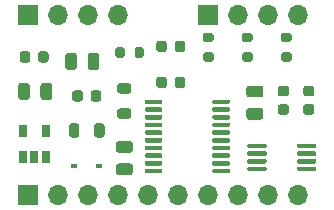
<source format=gts>
G04 #@! TF.GenerationSoftware,KiCad,Pcbnew,5.1.10-88a1d61d58~88~ubuntu20.04.1*
G04 #@! TF.CreationDate,2021-06-12T08:26:13-04:00*
G04 #@! TF.ProjectId,stm32l0_mod_source,73746d33-326c-4305-9f6d-6f645f736f75,rev?*
G04 #@! TF.SameCoordinates,Original*
G04 #@! TF.FileFunction,Soldermask,Top*
G04 #@! TF.FilePolarity,Negative*
%FSLAX46Y46*%
G04 Gerber Fmt 4.6, Leading zero omitted, Abs format (unit mm)*
G04 Created by KiCad (PCBNEW 5.1.10-88a1d61d58~88~ubuntu20.04.1) date 2021-06-12 08:26:13*
%MOMM*%
%LPD*%
G01*
G04 APERTURE LIST*
%ADD10O,1.700000X1.700000*%
%ADD11R,1.700000X1.700000*%
%ADD12R,0.600000X0.450000*%
%ADD13R,0.650000X1.060000*%
G04 APERTURE END LIST*
D10*
X96520000Y-60960000D03*
X93980000Y-60960000D03*
X91440000Y-60960000D03*
X88900000Y-60960000D03*
X86360000Y-60960000D03*
X83820000Y-60960000D03*
X81280000Y-60960000D03*
X78740000Y-60960000D03*
X76200000Y-60960000D03*
D11*
X73660000Y-60960000D03*
G36*
G01*
X95229000Y-48875000D02*
X95779000Y-48875000D01*
G75*
G02*
X95979000Y-49075000I0J-200000D01*
G01*
X95979000Y-49475000D01*
G75*
G02*
X95779000Y-49675000I-200000J0D01*
G01*
X95229000Y-49675000D01*
G75*
G02*
X95029000Y-49475000I0J200000D01*
G01*
X95029000Y-49075000D01*
G75*
G02*
X95229000Y-48875000I200000J0D01*
G01*
G37*
G36*
G01*
X95229000Y-47225000D02*
X95779000Y-47225000D01*
G75*
G02*
X95979000Y-47425000I0J-200000D01*
G01*
X95979000Y-47825000D01*
G75*
G02*
X95779000Y-48025000I-200000J0D01*
G01*
X95229000Y-48025000D01*
G75*
G02*
X95029000Y-47825000I0J200000D01*
G01*
X95029000Y-47425000D01*
G75*
G02*
X95229000Y-47225000I200000J0D01*
G01*
G37*
G36*
G01*
X91927000Y-48876000D02*
X92477000Y-48876000D01*
G75*
G02*
X92677000Y-49076000I0J-200000D01*
G01*
X92677000Y-49476000D01*
G75*
G02*
X92477000Y-49676000I-200000J0D01*
G01*
X91927000Y-49676000D01*
G75*
G02*
X91727000Y-49476000I0J200000D01*
G01*
X91727000Y-49076000D01*
G75*
G02*
X91927000Y-48876000I200000J0D01*
G01*
G37*
G36*
G01*
X91927000Y-47226000D02*
X92477000Y-47226000D01*
G75*
G02*
X92677000Y-47426000I0J-200000D01*
G01*
X92677000Y-47826000D01*
G75*
G02*
X92477000Y-48026000I-200000J0D01*
G01*
X91927000Y-48026000D01*
G75*
G02*
X91727000Y-47826000I0J200000D01*
G01*
X91727000Y-47426000D01*
G75*
G02*
X91927000Y-47226000I200000J0D01*
G01*
G37*
G36*
G01*
X88625000Y-48876000D02*
X89175000Y-48876000D01*
G75*
G02*
X89375000Y-49076000I0J-200000D01*
G01*
X89375000Y-49476000D01*
G75*
G02*
X89175000Y-49676000I-200000J0D01*
G01*
X88625000Y-49676000D01*
G75*
G02*
X88425000Y-49476000I0J200000D01*
G01*
X88425000Y-49076000D01*
G75*
G02*
X88625000Y-48876000I200000J0D01*
G01*
G37*
G36*
G01*
X88625000Y-47226000D02*
X89175000Y-47226000D01*
G75*
G02*
X89375000Y-47426000I0J-200000D01*
G01*
X89375000Y-47826000D01*
G75*
G02*
X89175000Y-48026000I-200000J0D01*
G01*
X88625000Y-48026000D01*
G75*
G02*
X88425000Y-47826000I0J200000D01*
G01*
X88425000Y-47426000D01*
G75*
G02*
X88625000Y-47226000I200000J0D01*
G01*
G37*
G36*
G01*
X81808000Y-48620000D02*
X81808000Y-49170000D01*
G75*
G02*
X81608000Y-49370000I-200000J0D01*
G01*
X81208000Y-49370000D01*
G75*
G02*
X81008000Y-49170000I0J200000D01*
G01*
X81008000Y-48620000D01*
G75*
G02*
X81208000Y-48420000I200000J0D01*
G01*
X81608000Y-48420000D01*
G75*
G02*
X81808000Y-48620000I0J-200000D01*
G01*
G37*
G36*
G01*
X83458000Y-48620000D02*
X83458000Y-49170000D01*
G75*
G02*
X83258000Y-49370000I-200000J0D01*
G01*
X82858000Y-49370000D01*
G75*
G02*
X82658000Y-49170000I0J200000D01*
G01*
X82658000Y-48620000D01*
G75*
G02*
X82858000Y-48420000I200000J0D01*
G01*
X83258000Y-48420000D01*
G75*
G02*
X83458000Y-48620000I0J-200000D01*
G01*
G37*
G36*
G01*
X81313000Y-58296000D02*
X82263000Y-58296000D01*
G75*
G02*
X82513000Y-58546000I0J-250000D01*
G01*
X82513000Y-59046000D01*
G75*
G02*
X82263000Y-59296000I-250000J0D01*
G01*
X81313000Y-59296000D01*
G75*
G02*
X81063000Y-59046000I0J250000D01*
G01*
X81063000Y-58546000D01*
G75*
G02*
X81313000Y-58296000I250000J0D01*
G01*
G37*
G36*
G01*
X81313000Y-56396000D02*
X82263000Y-56396000D01*
G75*
G02*
X82513000Y-56646000I0J-250000D01*
G01*
X82513000Y-57146000D01*
G75*
G02*
X82263000Y-57396000I-250000J0D01*
G01*
X81313000Y-57396000D01*
G75*
G02*
X81063000Y-57146000I0J250000D01*
G01*
X81063000Y-56646000D01*
G75*
G02*
X81313000Y-56396000I250000J0D01*
G01*
G37*
G36*
G01*
X86037000Y-48637000D02*
X86037000Y-48137000D01*
G75*
G02*
X86262000Y-47912000I225000J0D01*
G01*
X86712000Y-47912000D01*
G75*
G02*
X86937000Y-48137000I0J-225000D01*
G01*
X86937000Y-48637000D01*
G75*
G02*
X86712000Y-48862000I-225000J0D01*
G01*
X86262000Y-48862000D01*
G75*
G02*
X86037000Y-48637000I0J225000D01*
G01*
G37*
G36*
G01*
X84487000Y-48637000D02*
X84487000Y-48137000D01*
G75*
G02*
X84712000Y-47912000I225000J0D01*
G01*
X85162000Y-47912000D01*
G75*
G02*
X85387000Y-48137000I0J-225000D01*
G01*
X85387000Y-48637000D01*
G75*
G02*
X85162000Y-48862000I-225000J0D01*
G01*
X84712000Y-48862000D01*
G75*
G02*
X84487000Y-48637000I0J225000D01*
G01*
G37*
G36*
G01*
X86037000Y-51685000D02*
X86037000Y-51185000D01*
G75*
G02*
X86262000Y-50960000I225000J0D01*
G01*
X86712000Y-50960000D01*
G75*
G02*
X86937000Y-51185000I0J-225000D01*
G01*
X86937000Y-51685000D01*
G75*
G02*
X86712000Y-51910000I-225000J0D01*
G01*
X86262000Y-51910000D01*
G75*
G02*
X86037000Y-51685000I0J225000D01*
G01*
G37*
G36*
G01*
X84487000Y-51685000D02*
X84487000Y-51185000D01*
G75*
G02*
X84712000Y-50960000I225000J0D01*
G01*
X85162000Y-50960000D01*
G75*
G02*
X85387000Y-51185000I0J-225000D01*
G01*
X85387000Y-51685000D01*
G75*
G02*
X85162000Y-51910000I-225000J0D01*
G01*
X84712000Y-51910000D01*
G75*
G02*
X84487000Y-51685000I0J225000D01*
G01*
G37*
G36*
G01*
X97159000Y-53271000D02*
X97659000Y-53271000D01*
G75*
G02*
X97884000Y-53496000I0J-225000D01*
G01*
X97884000Y-53946000D01*
G75*
G02*
X97659000Y-54171000I-225000J0D01*
G01*
X97159000Y-54171000D01*
G75*
G02*
X96934000Y-53946000I0J225000D01*
G01*
X96934000Y-53496000D01*
G75*
G02*
X97159000Y-53271000I225000J0D01*
G01*
G37*
G36*
G01*
X97159000Y-51721000D02*
X97659000Y-51721000D01*
G75*
G02*
X97884000Y-51946000I0J-225000D01*
G01*
X97884000Y-52396000D01*
G75*
G02*
X97659000Y-52621000I-225000J0D01*
G01*
X97159000Y-52621000D01*
G75*
G02*
X96934000Y-52396000I0J225000D01*
G01*
X96934000Y-51946000D01*
G75*
G02*
X97159000Y-51721000I225000J0D01*
G01*
G37*
G36*
G01*
X95000000Y-53271000D02*
X95500000Y-53271000D01*
G75*
G02*
X95725000Y-53496000I0J-225000D01*
G01*
X95725000Y-53946000D01*
G75*
G02*
X95500000Y-54171000I-225000J0D01*
G01*
X95000000Y-54171000D01*
G75*
G02*
X94775000Y-53946000I0J225000D01*
G01*
X94775000Y-53496000D01*
G75*
G02*
X95000000Y-53271000I225000J0D01*
G01*
G37*
G36*
G01*
X95000000Y-51721000D02*
X95500000Y-51721000D01*
G75*
G02*
X95725000Y-51946000I0J-225000D01*
G01*
X95725000Y-52396000D01*
G75*
G02*
X95500000Y-52621000I-225000J0D01*
G01*
X95000000Y-52621000D01*
G75*
G02*
X94775000Y-52396000I0J225000D01*
G01*
X94775000Y-51946000D01*
G75*
G02*
X95000000Y-51721000I225000J0D01*
G01*
G37*
G36*
G01*
X92362000Y-53602000D02*
X93312000Y-53602000D01*
G75*
G02*
X93562000Y-53852000I0J-250000D01*
G01*
X93562000Y-54352000D01*
G75*
G02*
X93312000Y-54602000I-250000J0D01*
G01*
X92362000Y-54602000D01*
G75*
G02*
X92112000Y-54352000I0J250000D01*
G01*
X92112000Y-53852000D01*
G75*
G02*
X92362000Y-53602000I250000J0D01*
G01*
G37*
G36*
G01*
X92362000Y-51702000D02*
X93312000Y-51702000D01*
G75*
G02*
X93562000Y-51952000I0J-250000D01*
G01*
X93562000Y-52452000D01*
G75*
G02*
X93312000Y-52702000I-250000J0D01*
G01*
X92362000Y-52702000D01*
G75*
G02*
X92112000Y-52452000I0J250000D01*
G01*
X92112000Y-51952000D01*
G75*
G02*
X92362000Y-51702000I250000J0D01*
G01*
G37*
G36*
G01*
X78682000Y-50132000D02*
X78682000Y-49182000D01*
G75*
G02*
X78932000Y-48932000I250000J0D01*
G01*
X79432000Y-48932000D01*
G75*
G02*
X79682000Y-49182000I0J-250000D01*
G01*
X79682000Y-50132000D01*
G75*
G02*
X79432000Y-50382000I-250000J0D01*
G01*
X78932000Y-50382000D01*
G75*
G02*
X78682000Y-50132000I0J250000D01*
G01*
G37*
G36*
G01*
X76782000Y-50132000D02*
X76782000Y-49182000D01*
G75*
G02*
X77032000Y-48932000I250000J0D01*
G01*
X77532000Y-48932000D01*
G75*
G02*
X77782000Y-49182000I0J-250000D01*
G01*
X77782000Y-50132000D01*
G75*
G02*
X77532000Y-50382000I-250000J0D01*
G01*
X77032000Y-50382000D01*
G75*
G02*
X76782000Y-50132000I0J250000D01*
G01*
G37*
G36*
G01*
X78925000Y-52828000D02*
X78925000Y-52328000D01*
G75*
G02*
X79150000Y-52103000I225000J0D01*
G01*
X79600000Y-52103000D01*
G75*
G02*
X79825000Y-52328000I0J-225000D01*
G01*
X79825000Y-52828000D01*
G75*
G02*
X79600000Y-53053000I-225000J0D01*
G01*
X79150000Y-53053000D01*
G75*
G02*
X78925000Y-52828000I0J225000D01*
G01*
G37*
G36*
G01*
X77375000Y-52828000D02*
X77375000Y-52328000D01*
G75*
G02*
X77600000Y-52103000I225000J0D01*
G01*
X78050000Y-52103000D01*
G75*
G02*
X78275000Y-52328000I0J-225000D01*
G01*
X78275000Y-52828000D01*
G75*
G02*
X78050000Y-53053000I-225000J0D01*
G01*
X77600000Y-53053000D01*
G75*
G02*
X77375000Y-52828000I0J225000D01*
G01*
G37*
G36*
G01*
X74480000Y-49526000D02*
X74480000Y-49026000D01*
G75*
G02*
X74705000Y-48801000I225000J0D01*
G01*
X75155000Y-48801000D01*
G75*
G02*
X75380000Y-49026000I0J-225000D01*
G01*
X75380000Y-49526000D01*
G75*
G02*
X75155000Y-49751000I-225000J0D01*
G01*
X74705000Y-49751000D01*
G75*
G02*
X74480000Y-49526000I0J225000D01*
G01*
G37*
G36*
G01*
X72930000Y-49526000D02*
X72930000Y-49026000D01*
G75*
G02*
X73155000Y-48801000I225000J0D01*
G01*
X73605000Y-48801000D01*
G75*
G02*
X73830000Y-49026000I0J-225000D01*
G01*
X73830000Y-49526000D01*
G75*
G02*
X73605000Y-49751000I-225000J0D01*
G01*
X73155000Y-49751000D01*
G75*
G02*
X72930000Y-49526000I0J225000D01*
G01*
G37*
G36*
G01*
X74684000Y-52672000D02*
X74684000Y-51722000D01*
G75*
G02*
X74934000Y-51472000I250000J0D01*
G01*
X75434000Y-51472000D01*
G75*
G02*
X75684000Y-51722000I0J-250000D01*
G01*
X75684000Y-52672000D01*
G75*
G02*
X75434000Y-52922000I-250000J0D01*
G01*
X74934000Y-52922000D01*
G75*
G02*
X74684000Y-52672000I0J250000D01*
G01*
G37*
G36*
G01*
X72784000Y-52672000D02*
X72784000Y-51722000D01*
G75*
G02*
X73034000Y-51472000I250000J0D01*
G01*
X73534000Y-51472000D01*
G75*
G02*
X73784000Y-51722000I0J-250000D01*
G01*
X73784000Y-52672000D01*
G75*
G02*
X73534000Y-52922000I-250000J0D01*
G01*
X73034000Y-52922000D01*
G75*
G02*
X72784000Y-52672000I0J250000D01*
G01*
G37*
G36*
G01*
X89247000Y-53182000D02*
X89247000Y-52982000D01*
G75*
G02*
X89347000Y-52882000I100000J0D01*
G01*
X90622000Y-52882000D01*
G75*
G02*
X90722000Y-52982000I0J-100000D01*
G01*
X90722000Y-53182000D01*
G75*
G02*
X90622000Y-53282000I-100000J0D01*
G01*
X89347000Y-53282000D01*
G75*
G02*
X89247000Y-53182000I0J100000D01*
G01*
G37*
G36*
G01*
X89247000Y-53832000D02*
X89247000Y-53632000D01*
G75*
G02*
X89347000Y-53532000I100000J0D01*
G01*
X90622000Y-53532000D01*
G75*
G02*
X90722000Y-53632000I0J-100000D01*
G01*
X90722000Y-53832000D01*
G75*
G02*
X90622000Y-53932000I-100000J0D01*
G01*
X89347000Y-53932000D01*
G75*
G02*
X89247000Y-53832000I0J100000D01*
G01*
G37*
G36*
G01*
X89247000Y-54482000D02*
X89247000Y-54282000D01*
G75*
G02*
X89347000Y-54182000I100000J0D01*
G01*
X90622000Y-54182000D01*
G75*
G02*
X90722000Y-54282000I0J-100000D01*
G01*
X90722000Y-54482000D01*
G75*
G02*
X90622000Y-54582000I-100000J0D01*
G01*
X89347000Y-54582000D01*
G75*
G02*
X89247000Y-54482000I0J100000D01*
G01*
G37*
G36*
G01*
X89247000Y-55132000D02*
X89247000Y-54932000D01*
G75*
G02*
X89347000Y-54832000I100000J0D01*
G01*
X90622000Y-54832000D01*
G75*
G02*
X90722000Y-54932000I0J-100000D01*
G01*
X90722000Y-55132000D01*
G75*
G02*
X90622000Y-55232000I-100000J0D01*
G01*
X89347000Y-55232000D01*
G75*
G02*
X89247000Y-55132000I0J100000D01*
G01*
G37*
G36*
G01*
X89247000Y-55782000D02*
X89247000Y-55582000D01*
G75*
G02*
X89347000Y-55482000I100000J0D01*
G01*
X90622000Y-55482000D01*
G75*
G02*
X90722000Y-55582000I0J-100000D01*
G01*
X90722000Y-55782000D01*
G75*
G02*
X90622000Y-55882000I-100000J0D01*
G01*
X89347000Y-55882000D01*
G75*
G02*
X89247000Y-55782000I0J100000D01*
G01*
G37*
G36*
G01*
X89247000Y-56432000D02*
X89247000Y-56232000D01*
G75*
G02*
X89347000Y-56132000I100000J0D01*
G01*
X90622000Y-56132000D01*
G75*
G02*
X90722000Y-56232000I0J-100000D01*
G01*
X90722000Y-56432000D01*
G75*
G02*
X90622000Y-56532000I-100000J0D01*
G01*
X89347000Y-56532000D01*
G75*
G02*
X89247000Y-56432000I0J100000D01*
G01*
G37*
G36*
G01*
X89247000Y-57082000D02*
X89247000Y-56882000D01*
G75*
G02*
X89347000Y-56782000I100000J0D01*
G01*
X90622000Y-56782000D01*
G75*
G02*
X90722000Y-56882000I0J-100000D01*
G01*
X90722000Y-57082000D01*
G75*
G02*
X90622000Y-57182000I-100000J0D01*
G01*
X89347000Y-57182000D01*
G75*
G02*
X89247000Y-57082000I0J100000D01*
G01*
G37*
G36*
G01*
X89247000Y-57732000D02*
X89247000Y-57532000D01*
G75*
G02*
X89347000Y-57432000I100000J0D01*
G01*
X90622000Y-57432000D01*
G75*
G02*
X90722000Y-57532000I0J-100000D01*
G01*
X90722000Y-57732000D01*
G75*
G02*
X90622000Y-57832000I-100000J0D01*
G01*
X89347000Y-57832000D01*
G75*
G02*
X89247000Y-57732000I0J100000D01*
G01*
G37*
G36*
G01*
X89247000Y-58382000D02*
X89247000Y-58182000D01*
G75*
G02*
X89347000Y-58082000I100000J0D01*
G01*
X90622000Y-58082000D01*
G75*
G02*
X90722000Y-58182000I0J-100000D01*
G01*
X90722000Y-58382000D01*
G75*
G02*
X90622000Y-58482000I-100000J0D01*
G01*
X89347000Y-58482000D01*
G75*
G02*
X89247000Y-58382000I0J100000D01*
G01*
G37*
G36*
G01*
X89247000Y-59032000D02*
X89247000Y-58832000D01*
G75*
G02*
X89347000Y-58732000I100000J0D01*
G01*
X90622000Y-58732000D01*
G75*
G02*
X90722000Y-58832000I0J-100000D01*
G01*
X90722000Y-59032000D01*
G75*
G02*
X90622000Y-59132000I-100000J0D01*
G01*
X89347000Y-59132000D01*
G75*
G02*
X89247000Y-59032000I0J100000D01*
G01*
G37*
G36*
G01*
X83522000Y-59032000D02*
X83522000Y-58832000D01*
G75*
G02*
X83622000Y-58732000I100000J0D01*
G01*
X84897000Y-58732000D01*
G75*
G02*
X84997000Y-58832000I0J-100000D01*
G01*
X84997000Y-59032000D01*
G75*
G02*
X84897000Y-59132000I-100000J0D01*
G01*
X83622000Y-59132000D01*
G75*
G02*
X83522000Y-59032000I0J100000D01*
G01*
G37*
G36*
G01*
X83522000Y-58382000D02*
X83522000Y-58182000D01*
G75*
G02*
X83622000Y-58082000I100000J0D01*
G01*
X84897000Y-58082000D01*
G75*
G02*
X84997000Y-58182000I0J-100000D01*
G01*
X84997000Y-58382000D01*
G75*
G02*
X84897000Y-58482000I-100000J0D01*
G01*
X83622000Y-58482000D01*
G75*
G02*
X83522000Y-58382000I0J100000D01*
G01*
G37*
G36*
G01*
X83522000Y-57732000D02*
X83522000Y-57532000D01*
G75*
G02*
X83622000Y-57432000I100000J0D01*
G01*
X84897000Y-57432000D01*
G75*
G02*
X84997000Y-57532000I0J-100000D01*
G01*
X84997000Y-57732000D01*
G75*
G02*
X84897000Y-57832000I-100000J0D01*
G01*
X83622000Y-57832000D01*
G75*
G02*
X83522000Y-57732000I0J100000D01*
G01*
G37*
G36*
G01*
X83522000Y-57082000D02*
X83522000Y-56882000D01*
G75*
G02*
X83622000Y-56782000I100000J0D01*
G01*
X84897000Y-56782000D01*
G75*
G02*
X84997000Y-56882000I0J-100000D01*
G01*
X84997000Y-57082000D01*
G75*
G02*
X84897000Y-57182000I-100000J0D01*
G01*
X83622000Y-57182000D01*
G75*
G02*
X83522000Y-57082000I0J100000D01*
G01*
G37*
G36*
G01*
X83522000Y-56432000D02*
X83522000Y-56232000D01*
G75*
G02*
X83622000Y-56132000I100000J0D01*
G01*
X84897000Y-56132000D01*
G75*
G02*
X84997000Y-56232000I0J-100000D01*
G01*
X84997000Y-56432000D01*
G75*
G02*
X84897000Y-56532000I-100000J0D01*
G01*
X83622000Y-56532000D01*
G75*
G02*
X83522000Y-56432000I0J100000D01*
G01*
G37*
G36*
G01*
X83522000Y-55782000D02*
X83522000Y-55582000D01*
G75*
G02*
X83622000Y-55482000I100000J0D01*
G01*
X84897000Y-55482000D01*
G75*
G02*
X84997000Y-55582000I0J-100000D01*
G01*
X84997000Y-55782000D01*
G75*
G02*
X84897000Y-55882000I-100000J0D01*
G01*
X83622000Y-55882000D01*
G75*
G02*
X83522000Y-55782000I0J100000D01*
G01*
G37*
G36*
G01*
X83522000Y-55132000D02*
X83522000Y-54932000D01*
G75*
G02*
X83622000Y-54832000I100000J0D01*
G01*
X84897000Y-54832000D01*
G75*
G02*
X84997000Y-54932000I0J-100000D01*
G01*
X84997000Y-55132000D01*
G75*
G02*
X84897000Y-55232000I-100000J0D01*
G01*
X83622000Y-55232000D01*
G75*
G02*
X83522000Y-55132000I0J100000D01*
G01*
G37*
G36*
G01*
X83522000Y-54482000D02*
X83522000Y-54282000D01*
G75*
G02*
X83622000Y-54182000I100000J0D01*
G01*
X84897000Y-54182000D01*
G75*
G02*
X84997000Y-54282000I0J-100000D01*
G01*
X84997000Y-54482000D01*
G75*
G02*
X84897000Y-54582000I-100000J0D01*
G01*
X83622000Y-54582000D01*
G75*
G02*
X83522000Y-54482000I0J100000D01*
G01*
G37*
G36*
G01*
X83522000Y-53832000D02*
X83522000Y-53632000D01*
G75*
G02*
X83622000Y-53532000I100000J0D01*
G01*
X84897000Y-53532000D01*
G75*
G02*
X84997000Y-53632000I0J-100000D01*
G01*
X84997000Y-53832000D01*
G75*
G02*
X84897000Y-53932000I-100000J0D01*
G01*
X83622000Y-53932000D01*
G75*
G02*
X83522000Y-53832000I0J100000D01*
G01*
G37*
G36*
G01*
X83522000Y-53182000D02*
X83522000Y-52982000D01*
G75*
G02*
X83622000Y-52882000I100000J0D01*
G01*
X84897000Y-52882000D01*
G75*
G02*
X84997000Y-52982000I0J-100000D01*
G01*
X84997000Y-53182000D01*
G75*
G02*
X84897000Y-53282000I-100000J0D01*
G01*
X83622000Y-53282000D01*
G75*
G02*
X83522000Y-53182000I0J100000D01*
G01*
G37*
G36*
G01*
X96423000Y-56910000D02*
X96423000Y-56710000D01*
G75*
G02*
X96523000Y-56610000I100000J0D01*
G01*
X97948000Y-56610000D01*
G75*
G02*
X98048000Y-56710000I0J-100000D01*
G01*
X98048000Y-56910000D01*
G75*
G02*
X97948000Y-57010000I-100000J0D01*
G01*
X96523000Y-57010000D01*
G75*
G02*
X96423000Y-56910000I0J100000D01*
G01*
G37*
G36*
G01*
X96423000Y-57560000D02*
X96423000Y-57360000D01*
G75*
G02*
X96523000Y-57260000I100000J0D01*
G01*
X97948000Y-57260000D01*
G75*
G02*
X98048000Y-57360000I0J-100000D01*
G01*
X98048000Y-57560000D01*
G75*
G02*
X97948000Y-57660000I-100000J0D01*
G01*
X96523000Y-57660000D01*
G75*
G02*
X96423000Y-57560000I0J100000D01*
G01*
G37*
G36*
G01*
X96423000Y-58210000D02*
X96423000Y-58010000D01*
G75*
G02*
X96523000Y-57910000I100000J0D01*
G01*
X97948000Y-57910000D01*
G75*
G02*
X98048000Y-58010000I0J-100000D01*
G01*
X98048000Y-58210000D01*
G75*
G02*
X97948000Y-58310000I-100000J0D01*
G01*
X96523000Y-58310000D01*
G75*
G02*
X96423000Y-58210000I0J100000D01*
G01*
G37*
G36*
G01*
X96423000Y-58860000D02*
X96423000Y-58660000D01*
G75*
G02*
X96523000Y-58560000I100000J0D01*
G01*
X97948000Y-58560000D01*
G75*
G02*
X98048000Y-58660000I0J-100000D01*
G01*
X98048000Y-58860000D01*
G75*
G02*
X97948000Y-58960000I-100000J0D01*
G01*
X96523000Y-58960000D01*
G75*
G02*
X96423000Y-58860000I0J100000D01*
G01*
G37*
G36*
G01*
X92198000Y-58860000D02*
X92198000Y-58660000D01*
G75*
G02*
X92298000Y-58560000I100000J0D01*
G01*
X93723000Y-58560000D01*
G75*
G02*
X93823000Y-58660000I0J-100000D01*
G01*
X93823000Y-58860000D01*
G75*
G02*
X93723000Y-58960000I-100000J0D01*
G01*
X92298000Y-58960000D01*
G75*
G02*
X92198000Y-58860000I0J100000D01*
G01*
G37*
G36*
G01*
X92198000Y-58210000D02*
X92198000Y-58010000D01*
G75*
G02*
X92298000Y-57910000I100000J0D01*
G01*
X93723000Y-57910000D01*
G75*
G02*
X93823000Y-58010000I0J-100000D01*
G01*
X93823000Y-58210000D01*
G75*
G02*
X93723000Y-58310000I-100000J0D01*
G01*
X92298000Y-58310000D01*
G75*
G02*
X92198000Y-58210000I0J100000D01*
G01*
G37*
G36*
G01*
X92198000Y-57560000D02*
X92198000Y-57360000D01*
G75*
G02*
X92298000Y-57260000I100000J0D01*
G01*
X93723000Y-57260000D01*
G75*
G02*
X93823000Y-57360000I0J-100000D01*
G01*
X93823000Y-57560000D01*
G75*
G02*
X93723000Y-57660000I-100000J0D01*
G01*
X92298000Y-57660000D01*
G75*
G02*
X92198000Y-57560000I0J100000D01*
G01*
G37*
G36*
G01*
X92198000Y-56910000D02*
X92198000Y-56710000D01*
G75*
G02*
X92298000Y-56610000I100000J0D01*
G01*
X93723000Y-56610000D01*
G75*
G02*
X93823000Y-56710000I0J-100000D01*
G01*
X93823000Y-56910000D01*
G75*
G02*
X93723000Y-57010000I-100000J0D01*
G01*
X92298000Y-57010000D01*
G75*
G02*
X92198000Y-56910000I0J100000D01*
G01*
G37*
D12*
X77563000Y-58547000D03*
X79663000Y-58547000D03*
D13*
X73218000Y-55542000D03*
X75118000Y-55542000D03*
X75118000Y-57742000D03*
X74168000Y-57742000D03*
X73218000Y-57742000D03*
G36*
G01*
X82169250Y-52380500D02*
X81406750Y-52380500D01*
G75*
G02*
X81188000Y-52161750I0J218750D01*
G01*
X81188000Y-51724250D01*
G75*
G02*
X81406750Y-51505500I218750J0D01*
G01*
X82169250Y-51505500D01*
G75*
G02*
X82388000Y-51724250I0J-218750D01*
G01*
X82388000Y-52161750D01*
G75*
G02*
X82169250Y-52380500I-218750J0D01*
G01*
G37*
G36*
G01*
X82169250Y-54505500D02*
X81406750Y-54505500D01*
G75*
G02*
X81188000Y-54286750I0J218750D01*
G01*
X81188000Y-53849250D01*
G75*
G02*
X81406750Y-53630500I218750J0D01*
G01*
X82169250Y-53630500D01*
G75*
G02*
X82388000Y-53849250I0J-218750D01*
G01*
X82388000Y-54286750D01*
G75*
G02*
X82169250Y-54505500I-218750J0D01*
G01*
G37*
G36*
G01*
X79238000Y-55880250D02*
X79238000Y-55117750D01*
G75*
G02*
X79456750Y-54899000I218750J0D01*
G01*
X79894250Y-54899000D01*
G75*
G02*
X80113000Y-55117750I0J-218750D01*
G01*
X80113000Y-55880250D01*
G75*
G02*
X79894250Y-56099000I-218750J0D01*
G01*
X79456750Y-56099000D01*
G75*
G02*
X79238000Y-55880250I0J218750D01*
G01*
G37*
G36*
G01*
X77113000Y-55880250D02*
X77113000Y-55117750D01*
G75*
G02*
X77331750Y-54899000I218750J0D01*
G01*
X77769250Y-54899000D01*
G75*
G02*
X77988000Y-55117750I0J-218750D01*
G01*
X77988000Y-55880250D01*
G75*
G02*
X77769250Y-56099000I-218750J0D01*
G01*
X77331750Y-56099000D01*
G75*
G02*
X77113000Y-55880250I0J218750D01*
G01*
G37*
D10*
X96520000Y-45720000D03*
X93980000Y-45720000D03*
X91440000Y-45720000D03*
D11*
X88900000Y-45720000D03*
D10*
X81280000Y-45720000D03*
X78740000Y-45720000D03*
X76200000Y-45720000D03*
D11*
X73660000Y-45720000D03*
M02*

</source>
